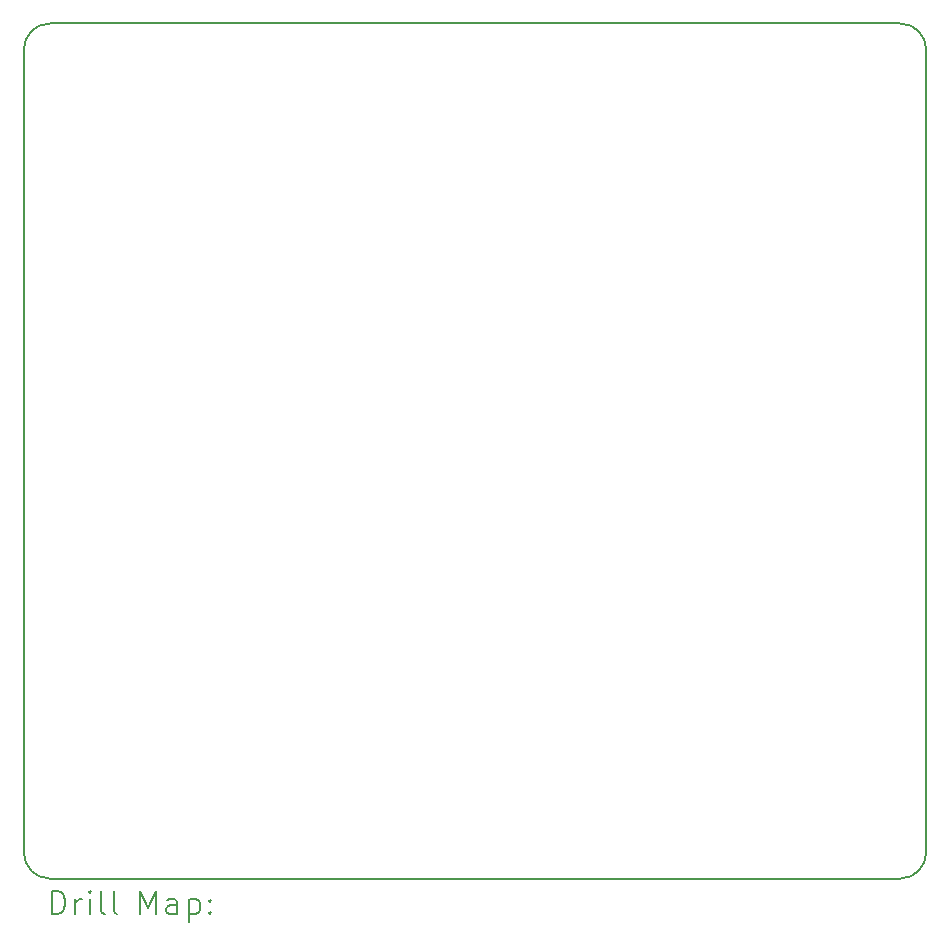
<source format=gbr>
%TF.GenerationSoftware,KiCad,Pcbnew,(7.0.0-rc1-156-g4c5a344629)*%
%TF.CreationDate,2023-03-07T17:49:35+10:30*%
%TF.ProjectId,bottom_plate,626f7474-6f6d-45f7-906c-6174652e6b69,rev?*%
%TF.SameCoordinates,Original*%
%TF.FileFunction,Drillmap*%
%TF.FilePolarity,Positive*%
%FSLAX45Y45*%
G04 Gerber Fmt 4.5, Leading zero omitted, Abs format (unit mm)*
G04 Created by KiCad (PCBNEW (7.0.0-rc1-156-g4c5a344629)) date 2023-03-07 17:49:35*
%MOMM*%
%LPD*%
G01*
G04 APERTURE LIST*
%ADD10C,0.200000*%
G04 APERTURE END LIST*
D10*
X17757000Y-5989000D02*
X10557000Y-5989000D01*
X17977000Y-6209000D02*
G75*
G03*
X17757000Y-5989000I-220000J0D01*
G01*
X17977000Y-13009000D02*
X17977000Y-6209000D01*
X17757000Y-13229000D02*
G75*
G03*
X17977000Y-13009000I0J220000D01*
G01*
X10557000Y-13229000D02*
X17757000Y-13229000D01*
X10337000Y-13009000D02*
G75*
G03*
X10557000Y-13229000I220000J0D01*
G01*
X10337000Y-6209000D02*
X10337000Y-13009000D01*
X10557000Y-5989000D02*
G75*
G03*
X10337000Y-6209000I0J-220000D01*
G01*
X10574619Y-13532476D02*
X10574619Y-13332476D01*
X10574619Y-13332476D02*
X10622238Y-13332476D01*
X10622238Y-13332476D02*
X10650810Y-13342000D01*
X10650810Y-13342000D02*
X10669857Y-13361048D01*
X10669857Y-13361048D02*
X10679381Y-13380095D01*
X10679381Y-13380095D02*
X10688905Y-13418190D01*
X10688905Y-13418190D02*
X10688905Y-13446762D01*
X10688905Y-13446762D02*
X10679381Y-13484857D01*
X10679381Y-13484857D02*
X10669857Y-13503905D01*
X10669857Y-13503905D02*
X10650810Y-13522952D01*
X10650810Y-13522952D02*
X10622238Y-13532476D01*
X10622238Y-13532476D02*
X10574619Y-13532476D01*
X10774619Y-13532476D02*
X10774619Y-13399143D01*
X10774619Y-13437238D02*
X10784143Y-13418190D01*
X10784143Y-13418190D02*
X10793667Y-13408667D01*
X10793667Y-13408667D02*
X10812714Y-13399143D01*
X10812714Y-13399143D02*
X10831762Y-13399143D01*
X10898429Y-13532476D02*
X10898429Y-13399143D01*
X10898429Y-13332476D02*
X10888905Y-13342000D01*
X10888905Y-13342000D02*
X10898429Y-13351524D01*
X10898429Y-13351524D02*
X10907952Y-13342000D01*
X10907952Y-13342000D02*
X10898429Y-13332476D01*
X10898429Y-13332476D02*
X10898429Y-13351524D01*
X11022238Y-13532476D02*
X11003190Y-13522952D01*
X11003190Y-13522952D02*
X10993667Y-13503905D01*
X10993667Y-13503905D02*
X10993667Y-13332476D01*
X11127000Y-13532476D02*
X11107952Y-13522952D01*
X11107952Y-13522952D02*
X11098429Y-13503905D01*
X11098429Y-13503905D02*
X11098429Y-13332476D01*
X11323190Y-13532476D02*
X11323190Y-13332476D01*
X11323190Y-13332476D02*
X11389857Y-13475333D01*
X11389857Y-13475333D02*
X11456524Y-13332476D01*
X11456524Y-13332476D02*
X11456524Y-13532476D01*
X11637476Y-13532476D02*
X11637476Y-13427714D01*
X11637476Y-13427714D02*
X11627952Y-13408667D01*
X11627952Y-13408667D02*
X11608905Y-13399143D01*
X11608905Y-13399143D02*
X11570809Y-13399143D01*
X11570809Y-13399143D02*
X11551762Y-13408667D01*
X11637476Y-13522952D02*
X11618428Y-13532476D01*
X11618428Y-13532476D02*
X11570809Y-13532476D01*
X11570809Y-13532476D02*
X11551762Y-13522952D01*
X11551762Y-13522952D02*
X11542238Y-13503905D01*
X11542238Y-13503905D02*
X11542238Y-13484857D01*
X11542238Y-13484857D02*
X11551762Y-13465809D01*
X11551762Y-13465809D02*
X11570809Y-13456286D01*
X11570809Y-13456286D02*
X11618428Y-13456286D01*
X11618428Y-13456286D02*
X11637476Y-13446762D01*
X11732714Y-13399143D02*
X11732714Y-13599143D01*
X11732714Y-13408667D02*
X11751762Y-13399143D01*
X11751762Y-13399143D02*
X11789857Y-13399143D01*
X11789857Y-13399143D02*
X11808905Y-13408667D01*
X11808905Y-13408667D02*
X11818428Y-13418190D01*
X11818428Y-13418190D02*
X11827952Y-13437238D01*
X11827952Y-13437238D02*
X11827952Y-13494381D01*
X11827952Y-13494381D02*
X11818428Y-13513428D01*
X11818428Y-13513428D02*
X11808905Y-13522952D01*
X11808905Y-13522952D02*
X11789857Y-13532476D01*
X11789857Y-13532476D02*
X11751762Y-13532476D01*
X11751762Y-13532476D02*
X11732714Y-13522952D01*
X11913667Y-13513428D02*
X11923190Y-13522952D01*
X11923190Y-13522952D02*
X11913667Y-13532476D01*
X11913667Y-13532476D02*
X11904143Y-13522952D01*
X11904143Y-13522952D02*
X11913667Y-13513428D01*
X11913667Y-13513428D02*
X11913667Y-13532476D01*
X11913667Y-13408667D02*
X11923190Y-13418190D01*
X11923190Y-13418190D02*
X11913667Y-13427714D01*
X11913667Y-13427714D02*
X11904143Y-13418190D01*
X11904143Y-13418190D02*
X11913667Y-13408667D01*
X11913667Y-13408667D02*
X11913667Y-13427714D01*
M02*

</source>
